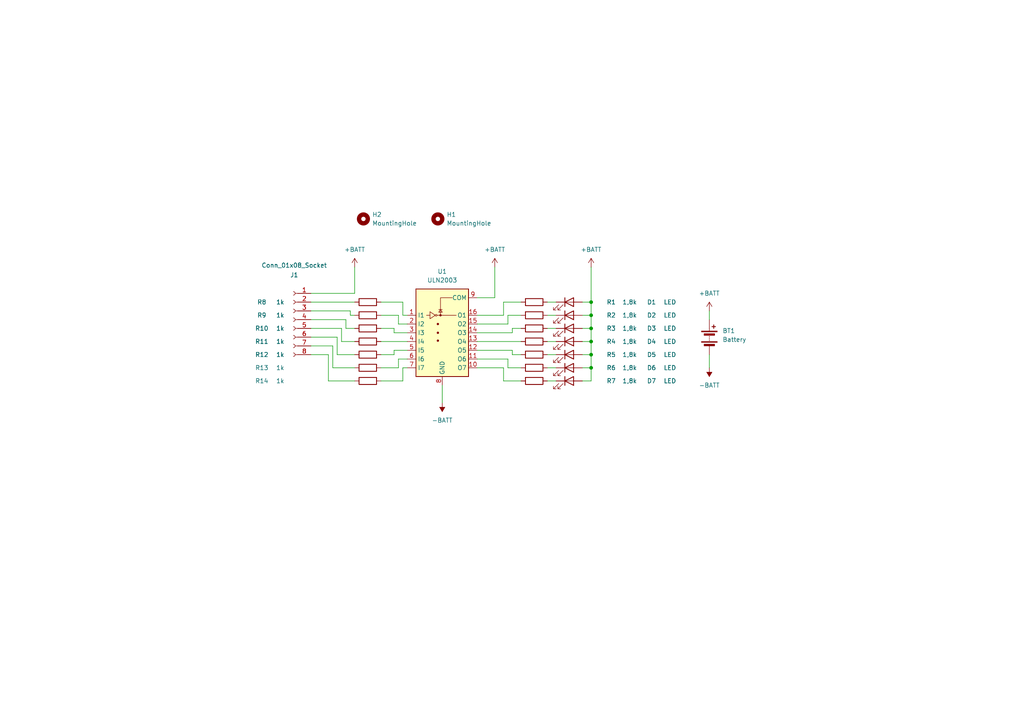
<source format=kicad_sch>
(kicad_sch (version 20231120) (generator "eeschema") (generator_version "8.0")
  (paper "A4")
  (lib_symbols
    (symbol "Connector:Conn_01x08_Socket" (pin_names (offset 1.016) hide)
      (property "Reference" "J" (at 0 10.16 0))
      (property "Value" "Conn_01x08_Socket" (at 0 -12.7 0))
      (symbol "Conn_01x08_Socket_1_1"
        (arc (start 0 -9.652) (mid -0.5058 -10.16) (end 0 -10.668) (stroke (width 0.1524)))
        (arc (start 0 -7.112) (mid -0.5058 -7.62) (end 0 -8.128) (stroke (width 0.1524)))
        (arc (start 0 -4.572) (mid -0.5058 -5.08) (end 0 -5.588) (stroke (width 0.1524)))
        (arc (start 0 -2.032) (mid -0.5058 -2.54) (end 0 -3.048) (stroke (width 0.1524)))
        (polyline (pts (xy -1.27 -10.16) (xy -0.508 -10.16)) (stroke (width 0.1524)))
        (polyline (pts (xy -1.27 -7.62) (xy -0.508 -7.62)) (stroke (width 0.1524)))
        (polyline (pts (xy -1.27 -5.08) (xy -0.508 -5.08)) (stroke (width 0.1524)))
        (polyline (pts (xy -1.27 -2.54) (xy -0.508 -2.54)) (stroke (width 0.1524)))
        (polyline (pts (xy -1.27 0) (xy -0.508 0)) (stroke (width 0.1524)))
        (polyline (pts (xy -1.27 2.54) (xy -0.508 2.54)) (stroke (width 0.1524)))
        (polyline (pts (xy -1.27 5.08) (xy -0.508 5.08)) (stroke (width 0.1524)))
        (polyline (pts (xy -1.27 7.62) (xy -0.508 7.62)) (stroke (width 0.1524)))
        (arc (start 0 0.508) (mid -0.5058 0) (end 0 -0.508) (stroke (width 0.1524)))
        (arc (start 0 3.048) (mid -0.5058 2.54) (end 0 2.032) (stroke (width 0.1524)))
        (arc (start 0 5.588) (mid -0.5058 5.08) (end 0 4.572) (stroke (width 0.1524)))
        (arc (start 0 8.128) (mid -0.5058 7.62) (end 0 7.112) (stroke (width 0.1524)))
        (pin passive line (at -5.08 7.62 0) (length 3.81) (name "Pin_1") (number "1"))
        (pin passive line (at -5.08 5.08 0) (length 3.81) (name "Pin_2") (number "2"))
        (pin passive line (at -5.08 2.54 0) (length 3.81) (name "Pin_3") (number "3"))
        (pin passive line (at -5.08 0 0) (length 3.81) (name "Pin_4") (number "4"))
        (pin passive line (at -5.08 -2.54 0) (length 3.81) (name "Pin_5") (number "5"))
        (pin passive line (at -5.08 -5.08 0) (length 3.81) (name "Pin_6") (number "6"))
        (pin passive line (at -5.08 -7.62 0) (length 3.81) (name "Pin_7") (number "7"))
        (pin passive line (at -5.08 -10.16 0) (length 3.81) (name "Pin_8") (number "8"))
      )
    )
    (symbol "Device:Battery" (pin_numbers hide) (pin_names (offset 0) hide)
      (property "Reference" "BT" (at 2.54 2.54 0))
      (property "Value" "Battery" (at 2.54 0 0))
      (symbol "Battery_0_1"
        (rectangle (start -2.286 -1.27) (end 2.286 -1.524) (fill (type outline)))
        (rectangle (start -2.286 1.778) (end 2.286 1.524) (fill (type outline)))
        (rectangle (start -1.524 -2.032) (end 1.524 -2.54) (fill (type outline)))
        (rectangle (start -1.524 1.016) (end 1.524 0.508) (fill (type outline)))
        (polyline (pts (xy 0 -1.016) (xy 0 -0.762)))
        (polyline (pts (xy 0 -0.508) (xy 0 -0.254)))
        (polyline (pts (xy 0 0) (xy 0 0.254)))
        (polyline (pts (xy 0 1.778) (xy 0 2.54)))
        (polyline (pts (xy 0.762 3.048) (xy 1.778 3.048)) (stroke (width 0.254)))
        (polyline (pts (xy 1.27 3.556) (xy 1.27 2.54)) (stroke (width 0.254)))
      )
      (symbol "Battery_1_1"
        (pin passive line (at 0 5.08 270) (length 2.54) (name "+") (number "1"))
        (pin passive line (at 0 -5.08 90) (length 2.54) (name "-") (number "2"))
      )
    )
    (symbol "Device:LED" (pin_numbers hide) (pin_names (offset 1.016) hide)
      (property "Reference" "D" (at 0 2.54 0))
      (property "Value" "LED" (at 0 -2.54 0))
      (symbol "LED_0_1"
        (polyline (pts (xy -1.27 -1.27) (xy -1.27 1.27)) (stroke (width 0.254)))
        (polyline (pts (xy -1.27 0) (xy 1.27 0)))
        (polyline (pts (xy 1.27 -1.27) (xy 1.27 1.27) (xy -1.27 0) (xy 1.27 -1.27)) (stroke (width 0.254)))
        (polyline (pts (xy -3.048 -0.762) (xy -4.572 -2.286) (xy -3.81 -2.286) (xy -4.572 -2.286) (xy -4.572 -1.524)))
        (polyline (pts (xy -1.778 -0.762) (xy -3.302 -2.286) (xy -2.54 -2.286) (xy -3.302 -2.286) (xy -3.302 -1.524)))
      )
      (symbol "LED_1_1"
        (pin passive line (at -3.81 0 0) (length 2.54) (name "K") (number "1"))
        (pin passive line (at 3.81 0 180) (length 2.54) (name "A") (number "2"))
      )
    )
    (symbol "Device:R" (pin_numbers hide) (pin_names (offset 0))
      (property "Reference" "R" (at 2.032 0 90))
      (property "Value" "R" (at 0 0 90))
      (symbol "R_0_1"
        (rectangle (start -1.016 -2.54) (end 1.016 2.54) (stroke (width 0.254)))
      )
      (symbol "R_1_1"
        (pin passive line (at 0 3.81 270) (length 1.27) (name "~") (number "1"))
        (pin passive line (at 0 -3.81 90) (length 1.27) (name "~") (number "2"))
      )
    )
    (symbol "Mechanical:MountingHole" (pin_names (offset 1.016)) (exclude_from_sim yes) (in_bom no)
      (property "Reference" "H" (at 0 5.08 0))
      (property "Value" "MountingHole" (at 0 3.175 0))
      (symbol "MountingHole_0_1"
        (circle (center 0 0) (radius 1.27) (stroke (width 1.27)))
      )
    )
    (symbol "Transistor_Array:ULN2003"
      (property "Reference" "U" (at 0 15.875 0))
      (property "Value" "ULN2003" (at 0 13.97 0))
      (symbol "ULN2003_0_1"
        (rectangle (start -7.62 -12.7) (end 7.62 12.7) (stroke (width 0.254)) (fill (type background)))
        (circle (center -1.778 5.08) (radius 0.254))
        (circle (center -1.27 -2.286) (radius 0.254) (fill (type outline)))
        (circle (center -1.27 0) (radius 0.254) (fill (type outline)))
        (circle (center -1.27 2.54) (radius 0.254) (fill (type outline)))
        (circle (center -0.508 5.08) (radius 0.254) (fill (type outline)))
        (polyline (pts (xy -4.572 5.08) (xy -3.556 5.08)))
        (polyline (pts (xy -1.524 5.08) (xy 4.064 5.08)))
        (polyline (pts (xy 0 6.731) (xy -1.016 6.731)))
        (polyline (pts (xy -0.508 5.08) (xy -0.508 10.16) (xy 2.921 10.16)))
        (polyline (pts (xy -3.556 6.096) (xy -3.556 4.064) (xy -2.032 5.08) (xy -3.556 6.096)))
        (polyline (pts (xy 0 5.969) (xy -1.016 5.969) (xy -0.508 6.731) (xy 0 5.969)))
      )
      (symbol "ULN2003_1_1"
        (pin input line (at -10.16 5.08 0) (length 2.54) (name "I1") (number "1"))
        (pin open_collector line (at 10.16 -10.16 180) (length 2.54) (name "O7") (number "10"))
        (pin open_collector line (at 10.16 -7.62 180) (length 2.54) (name "O6") (number "11"))
        (pin open_collector line (at 10.16 -5.08 180) (length 2.54) (name "O5") (number "12"))
        (pin open_collector line (at 10.16 -2.54 180) (length 2.54) (name "O4") (number "13"))
        (pin open_collector line (at 10.16 0 180) (length 2.54) (name "O3") (number "14"))
        (pin open_collector line (at 10.16 2.54 180) (length 2.54) (name "O2") (number "15"))
        (pin open_collector line (at 10.16 5.08 180) (length 2.54) (name "O1") (number "16"))
        (pin input line (at -10.16 2.54 0) (length 2.54) (name "I2") (number "2"))
        (pin input line (at -10.16 0 0) (length 2.54) (name "I3") (number "3"))
        (pin input line (at -10.16 -2.54 0) (length 2.54) (name "I4") (number "4"))
        (pin input line (at -10.16 -5.08 0) (length 2.54) (name "I5") (number "5"))
        (pin input line (at -10.16 -7.62 0) (length 2.54) (name "I6") (number "6"))
        (pin input line (at -10.16 -10.16 0) (length 2.54) (name "I7") (number "7"))
        (pin power_in line (at 0 -15.24 90) (length 2.54) (name "GND") (number "8"))
        (pin passive line (at 10.16 10.16 180) (length 2.54) (name "COM") (number "9"))
      )
    )
    (symbol "power:+BATT" (power) (pin_numbers hide) (pin_names (offset 0) hide)
      (property "Value" "+BATT" (at 0 3.556 0))
      (symbol "+BATT_0_1"
        (polyline (pts (xy -0.762 1.27) (xy 0 2.54)))
        (polyline (pts (xy 0 0) (xy 0 2.54)))
        (polyline (pts (xy 0 2.54) (xy 0.762 1.27)))
      )
      (symbol "+BATT_1_1"
        (pin power_in line (at 0 0 90) (length 0) (name "~") (number "1"))
      )
    )
    (symbol "power:-BATT" (power) (pin_numbers hide) (pin_names (offset 0) hide)
      (property "Value" "-BATT" (at 0 3.556 0))
      (symbol "-BATT_0_1"
        (polyline (pts (xy 0 0) (xy 0 2.54)))
        (polyline (pts (xy 0.762 1.27) (xy -0.762 1.27) (xy 0 2.54) (xy 0.762 1.27)) (fill (type outline)))
      )
      (symbol "-BATT_1_1"
        (pin power_in line (at 0 0 90) (length 0) (name "~") (number "1"))
      )
    )
  )
  (junction (at 171.45 91.44))
  (junction (at 171.45 95.25))
  (junction (at 171.45 102.87))
  (junction (at 171.45 106.68))
  (junction (at 171.45 87.63))
  (junction (at 171.45 99.06))
  (wire (pts (xy 138.43 86.36) (xy 143.51 86.36)))
  (wire (pts (xy 158.75 99.06) (xy 161.29 99.06)))
  (wire (pts (xy 114.3 96.52) (xy 114.3 95.25)))
  (wire (pts (xy 138.43 104.14) (xy 147.32 104.14)))
  (wire (pts (xy 168.91 91.44) (xy 171.45 91.44)))
  (wire (pts (xy 115.57 104.14) (xy 115.57 106.68)))
  (wire (pts (xy 110.49 95.25) (xy 114.3 95.25)))
  (wire (pts (xy 99.06 99.06) (xy 99.06 95.25)))
  (wire (pts (xy 171.45 106.68) (xy 171.45 110.49)))
  (wire (pts (xy 171.45 87.63) (xy 171.45 91.44)))
  (wire (pts (xy 116.84 110.49) (xy 110.49 110.49)))
  (wire (pts (xy 138.43 91.44) (xy 146.05 91.44)))
  (wire (pts (xy 158.75 87.63) (xy 161.29 87.63)))
  (wire (pts (xy 118.11 96.52) (xy 114.3 96.52)))
  (wire (pts (xy 102.87 102.87) (xy 97.79 102.87)))
  (wire (pts (xy 90.17 87.63) (xy 102.87 87.63)))
  (wire (pts (xy 118.11 93.98) (xy 115.57 93.98)))
  (wire (pts (xy 158.75 110.49) (xy 161.29 110.49)))
  (wire (pts (xy 101.6 91.44) (xy 101.6 90.17)))
  (wire (pts (xy 148.59 101.6) (xy 148.59 102.87)))
  (wire (pts (xy 138.43 106.68) (xy 146.05 106.68)))
  (wire (pts (xy 171.45 91.44) (xy 171.45 95.25)))
  (wire (pts (xy 168.91 99.06) (xy 171.45 99.06)))
  (wire (pts (xy 102.87 91.44) (xy 101.6 91.44)))
  (wire (pts (xy 95.25 102.87) (xy 90.17 102.87)))
  (wire (pts (xy 158.75 102.87) (xy 161.29 102.87)))
  (wire (pts (xy 115.57 91.44) (xy 110.49 91.44)))
  (wire (pts (xy 171.45 102.87) (xy 171.45 106.68)))
  (wire (pts (xy 168.91 102.87) (xy 171.45 102.87)))
  (wire (pts (xy 138.43 96.52) (xy 148.59 96.52)))
  (wire (pts (xy 115.57 106.68) (xy 110.49 106.68)))
  (wire (pts (xy 148.59 102.87) (xy 151.13 102.87)))
  (wire (pts (xy 146.05 110.49) (xy 151.13 110.49)))
  (wire (pts (xy 99.06 95.25) (xy 90.17 95.25)))
  (wire (pts (xy 147.32 91.44) (xy 151.13 91.44)))
  (wire (pts (xy 102.87 77.47) (xy 102.87 85.09)))
  (wire (pts (xy 102.87 106.68) (xy 96.52 106.68)))
  (wire (pts (xy 118.11 106.68) (xy 116.84 106.68)))
  (wire (pts (xy 102.87 95.25) (xy 100.33 95.25)))
  (wire (pts (xy 158.75 91.44) (xy 161.29 91.44)))
  (wire (pts (xy 90.17 90.17) (xy 101.6 90.17)))
  (wire (pts (xy 168.91 106.68) (xy 171.45 106.68)))
  (wire (pts (xy 118.11 101.6) (xy 114.3 101.6)))
  (wire (pts (xy 168.91 95.25) (xy 171.45 95.25)))
  (wire (pts (xy 102.87 85.09) (xy 90.17 85.09)))
  (wire (pts (xy 148.59 95.25) (xy 151.13 95.25)))
  (wire (pts (xy 171.45 99.06) (xy 171.45 102.87)))
  (wire (pts (xy 146.05 91.44) (xy 146.05 87.63)))
  (wire (pts (xy 97.79 97.79) (xy 90.17 97.79)))
  (wire (pts (xy 110.49 99.06) (xy 118.11 99.06)))
  (wire (pts (xy 147.32 93.98) (xy 147.32 91.44)))
  (wire (pts (xy 118.11 91.44) (xy 116.84 91.44)))
  (wire (pts (xy 205.74 90.17) (xy 205.74 92.71)))
  (wire (pts (xy 158.75 106.68) (xy 161.29 106.68)))
  (wire (pts (xy 114.3 101.6) (xy 114.3 102.87)))
  (wire (pts (xy 100.33 95.25) (xy 100.33 92.71)))
  (wire (pts (xy 146.05 87.63) (xy 151.13 87.63)))
  (wire (pts (xy 96.52 100.33) (xy 90.17 100.33)))
  (wire (pts (xy 147.32 106.68) (xy 151.13 106.68)))
  (wire (pts (xy 171.45 110.49) (xy 168.91 110.49)))
  (wire (pts (xy 148.59 96.52) (xy 148.59 95.25)))
  (wire (pts (xy 138.43 93.98) (xy 147.32 93.98)))
  (wire (pts (xy 115.57 93.98) (xy 115.57 91.44)))
  (wire (pts (xy 205.74 102.87) (xy 205.74 106.68)))
  (wire (pts (xy 102.87 110.49) (xy 95.25 110.49)))
  (wire (pts (xy 158.75 95.25) (xy 161.29 95.25)))
  (wire (pts (xy 96.52 106.68) (xy 96.52 100.33)))
  (wire (pts (xy 116.84 106.68) (xy 116.84 110.49)))
  (wire (pts (xy 143.51 86.36) (xy 143.51 77.47)))
  (wire (pts (xy 116.84 91.44) (xy 116.84 87.63)))
  (wire (pts (xy 147.32 104.14) (xy 147.32 106.68)))
  (wire (pts (xy 118.11 104.14) (xy 115.57 104.14)))
  (wire (pts (xy 171.45 95.25) (xy 171.45 99.06)))
  (wire (pts (xy 128.27 111.76) (xy 128.27 116.84)))
  (wire (pts (xy 100.33 92.71) (xy 90.17 92.71)))
  (wire (pts (xy 138.43 101.6) (xy 148.59 101.6)))
  (wire (pts (xy 146.05 106.68) (xy 146.05 110.49)))
  (wire (pts (xy 171.45 77.47) (xy 171.45 87.63)))
  (wire (pts (xy 168.91 87.63) (xy 171.45 87.63)))
  (wire (pts (xy 116.84 87.63) (xy 110.49 87.63)))
  (wire (pts (xy 114.3 102.87) (xy 110.49 102.87)))
  (wire (pts (xy 95.25 110.49) (xy 95.25 102.87)))
  (wire (pts (xy 102.87 99.06) (xy 99.06 99.06)))
  (wire (pts (xy 97.79 102.87) (xy 97.79 97.79)))
  (wire (pts (xy 138.43 99.06) (xy 151.13 99.06)))
  (symbol (lib_id "Device:Battery") (at 205.74 97.79 0) (unit 1)
    (property "Reference" "BT1" (at 209.55 95.9484 0) (effects (justify left)))
    (property "Value" "Battery" (at 209.55 98.4884 0) (effects (justify left)))
    (property "Footprint" "Connector_PinHeader_2.54mm:PinHeader_1x02_P2.54mm_Vertical" (effects (hide yes)))
    (property "Description" "Multiple-cell battery" (effects (hide yes)))
  )
  (symbol (lib_id "Connector:Conn_01x08_Socket") (at 85.09 92.71 0) (mirror y) (unit 1)
    (property "Reference" "J1" (at 85.344 79.756 0))
    (property "Value" "Conn_01x08_Socket" (at 85.344 76.962 0))
    (property "Footprint" "Connector_PinHeader_2.54mm:PinHeader_1x08_P2.54mm_Vertical" (effects (hide yes)))
    (property "Description" "Generic connector, single row, 01x08, script generated" (effects (hide yes)))
  )
  (symbol (lib_id "Mechanical:MountingHole") (at 105.41 63.5 0) (unit 1) (exclude_from_sim yes) (in_bom no)
    (property "Reference" "H2" (at 107.95 62.2299 0) (effects (justify left)))
    (property "Value" "MountingHole" (at 107.95 64.7699 0) (effects (justify left)))
    (property "Footprint" "MountingHole:MountingHole_3.5mm" (effects (hide yes)))
    (property "Description" "Mounting Hole without connection" (effects (hide yes)))
  )
  (symbol (lib_id "Device:R") (at 106.68 106.68 90) (unit 1)
    (property "Reference" "R13" (at 75.946 106.68 90))
    (property "Value" "1k" (at 81.28 106.68 90))
    (property "Footprint" "Resistor_THT:R_Axial_DIN0207_L6.3mm_D2.5mm_P10.16mm_Horizontal" (effects (hide yes)))
    (property "Description" "Resistor" (effects (hide yes)))
  )
  (symbol (lib_id "Device:R") (at 106.68 102.87 90) (unit 1)
    (property "Reference" "R12" (at 75.946 102.87 90))
    (property "Value" "1k" (at 81.28 102.87 90))
    (property "Footprint" "Resistor_THT:R_Axial_DIN0207_L6.3mm_D2.5mm_P10.16mm_Horizontal" (effects (hide yes)))
    (property "Description" "Resistor" (effects (hide yes)))
  )
  (symbol (lib_id "Device:R") (at 154.94 106.68 90) (unit 1)
    (property "Reference" "R6" (at 177.292 106.68 90))
    (property "Value" "1,8k" (at 182.626 106.68 90))
    (property "Footprint" "Resistor_THT:R_Axial_DIN0207_L6.3mm_D2.5mm_P10.16mm_Horizontal" (effects (hide yes)))
    (property "Description" "Resistor" (effects (hide yes)))
  )
  (symbol (lib_id "power:-BATT") (at 205.74 106.68 180) (unit 1)
    (property "Reference" "#PWR06" (effects (hide yes)))
    (property "Value" "-BATT" (at 205.74 111.76 0))
    (property "Description" "Power symbol creates a global label with name \"-BATT\"" (effects (hide yes)))
  )
  (symbol (lib_id "Device:R") (at 154.94 110.49 90) (unit 1)
    (property "Reference" "R7" (at 177.292 110.49 90))
    (property "Value" "1,8k" (at 182.626 110.49 90))
    (property "Footprint" "Resistor_THT:R_Axial_DIN0207_L6.3mm_D2.5mm_P10.16mm_Horizontal" (effects (hide yes)))
    (property "Description" "Resistor" (effects (hide yes)))
  )
  (symbol (lib_id "Device:R") (at 106.68 91.44 90) (unit 1)
    (property "Reference" "R9" (at 75.946 91.44 90))
    (property "Value" "1k" (at 81.28 91.44 90))
    (property "Footprint" "Resistor_THT:R_Axial_DIN0207_L6.3mm_D2.5mm_P10.16mm_Horizontal" (effects (hide yes)))
    (property "Description" "Resistor" (effects (hide yes)))
  )
  (symbol (lib_id "power:+BATT") (at 205.74 90.17 0) (unit 1)
    (property "Reference" "#PWR05" (effects (hide yes)))
    (property "Value" "+BATT" (at 205.74 85.09 0))
    (property "Description" "Power symbol creates a global label with name \"+BATT\"" (effects (hide yes)))
  )
  (symbol (lib_id "Device:LED") (at 165.1 87.63 0) (unit 1)
    (property "Reference" "D1" (at 188.976 87.63 0))
    (property "Value" "LED" (at 194.31 87.63 0))
    (property "Footprint" "LED_THT:LED_D3.0mm" (effects (hide yes)))
    (property "Description" "Light emitting diode" (effects (hide yes)))
  )
  (symbol (lib_id "power:+BATT") (at 143.51 77.47 0) (unit 1)
    (property "Reference" "#PWR01" (effects (hide yes)))
    (property "Value" "+BATT" (at 143.51 72.39 0))
    (property "Description" "Power symbol creates a global label with name \"+BATT\"" (effects (hide yes)))
  )
  (symbol (lib_id "Device:R") (at 106.68 110.49 90) (unit 1)
    (property "Reference" "R14" (at 75.946 110.49 90))
    (property "Value" "1k" (at 81.28 110.49 90))
    (property "Footprint" "Resistor_THT:R_Axial_DIN0207_L6.3mm_D2.5mm_P10.16mm_Horizontal" (effects (hide yes)))
    (property "Description" "Resistor" (effects (hide yes)))
  )
  (symbol (lib_id "Device:R") (at 154.94 102.87 90) (unit 1)
    (property "Reference" "R5" (at 177.292 102.87 90))
    (property "Value" "1,8k" (at 182.626 102.87 90))
    (property "Footprint" "Resistor_THT:R_Axial_DIN0207_L6.3mm_D2.5mm_P10.16mm_Horizontal" (effects (hide yes)))
    (property "Description" "Resistor" (effects (hide yes)))
  )
  (symbol (lib_id "power:-BATT") (at 128.27 116.84 180) (unit 1)
    (property "Reference" "#PWR02" (effects (hide yes)))
    (property "Value" "-BATT" (at 128.27 121.92 0))
    (property "Description" "Power symbol creates a global label with name \"-BATT\"" (effects (hide yes)))
  )
  (symbol (lib_id "Device:R") (at 154.94 87.63 90) (unit 1)
    (property "Reference" "R1" (at 177.292 87.63 90))
    (property "Value" "1,8k" (at 182.626 87.63 90))
    (property "Footprint" "Resistor_THT:R_Axial_DIN0207_L6.3mm_D2.5mm_P10.16mm_Horizontal" (effects (hide yes)))
    (property "Description" "Resistor" (effects (hide yes)))
  )
  (symbol (lib_id "Device:R") (at 154.94 95.25 90) (unit 1)
    (property "Reference" "R3" (at 177.292 95.25 90))
    (property "Value" "1,8k" (at 182.626 95.25 90))
    (property "Footprint" "Resistor_THT:R_Axial_DIN0207_L6.3mm_D2.5mm_P10.16mm_Horizontal" (effects (hide yes)))
    (property "Description" "Resistor" (effects (hide yes)))
  )
  (symbol (lib_id "Device:LED") (at 165.1 95.25 0) (unit 1)
    (property "Reference" "D3" (at 188.976 95.25 0))
    (property "Value" "LED" (at 194.31 95.25 0))
    (property "Footprint" "LED_THT:LED_D3.0mm" (effects (hide yes)))
    (property "Description" "Light emitting diode" (effects (hide yes)))
  )
  (symbol (lib_id "Device:R") (at 154.94 99.06 90) (unit 1)
    (property "Reference" "R4" (at 177.292 99.06 90))
    (property "Value" "1,8k" (at 182.626 99.06 90))
    (property "Footprint" "Resistor_THT:R_Axial_DIN0207_L6.3mm_D2.5mm_P10.16mm_Horizontal" (effects (hide yes)))
    (property "Description" "Resistor" (effects (hide yes)))
  )
  (symbol (lib_id "Device:LED") (at 165.1 99.06 0) (unit 1)
    (property "Reference" "D4" (at 188.976 99.06 0))
    (property "Value" "LED" (at 194.31 99.06 0))
    (property "Footprint" "LED_THT:LED_D3.0mm" (effects (hide yes)))
    (property "Description" "Light emitting diode" (effects (hide yes)))
  )
  (symbol (lib_id "Device:R") (at 154.94 91.44 90) (unit 1)
    (property "Reference" "R2" (at 177.292 91.44 90))
    (property "Value" "1,8k" (at 182.626 91.44 90))
    (property "Footprint" "Resistor_THT:R_Axial_DIN0207_L6.3mm_D2.5mm_P10.16mm_Horizontal" (effects (hide yes)))
    (property "Description" "Resistor" (effects (hide yes)))
  )
  (symbol (lib_id "Transistor_Array:ULN2003") (at 128.27 96.52 0) (unit 1)
    (property "Reference" "U1" (at 128.27 78.74 0))
    (property "Value" "ULN2003" (at 128.27 81.28 0))
    (property "Footprint" "Package_DIP:DIP-16_W7.62mm_Socket" (effects (hide yes)))
    (property "Datasheet" "http://www.ti.com/lit/ds/symlink/uln2003a.pdf" (effects (hide yes)))
    (property "Description" "High Voltage, High Current Darlington Transistor Arrays, SOIC16/SOIC16W/DIP16/TSSOP16" (effects (hide yes)))
  )
  (symbol (lib_id "power:+BATT") (at 171.45 77.47 0) (unit 1)
    (property "Reference" "#PWR03" (effects (hide yes)))
    (property "Value" "+BATT" (at 171.45 72.39 0))
    (property "Description" "Power symbol creates a global label with name \"+BATT\"" (effects (hide yes)))
  )
  (symbol (lib_id "Mechanical:MountingHole") (at 127 63.5 0) (unit 1) (exclude_from_sim yes) (in_bom no)
    (property "Reference" "H1" (at 129.54 62.2299 0) (effects (justify left)))
    (property "Value" "MountingHole" (at 129.54 64.7699 0) (effects (justify left)))
    (property "Footprint" "MountingHole:MountingHole_3.5mm" (effects (hide yes)))
    (property "Description" "Mounting Hole without connection" (effects (hide yes)))
  )
  (symbol (lib_id "Device:LED") (at 165.1 91.44 0) (unit 1)
    (property "Reference" "D2" (at 188.976 91.44 0))
    (property "Value" "LED" (at 194.31 91.44 0))
    (property "Footprint" "LED_THT:LED_D3.0mm" (effects (hide yes)))
    (property "Description" "Light emitting diode" (effects (hide yes)))
  )
  (symbol (lib_id "Device:R") (at 106.68 95.25 90) (unit 1)
    (property "Reference" "R10" (at 75.946 95.25 90))
    (property "Value" "1k" (at 81.28 95.25 90))
    (property "Footprint" "Resistor_THT:R_Axial_DIN0207_L6.3mm_D2.5mm_P10.16mm_Horizontal" (effects (hide yes)))
    (property "Description" "Resistor" (effects (hide yes)))
  )
  (symbol (lib_id "Device:R") (at 106.68 99.06 90) (unit 1)
    (property "Reference" "R11" (at 75.946 99.06 90))
    (property "Value" "1k" (at 81.28 99.06 90))
    (property "Footprint" "Resistor_THT:R_Axial_DIN0207_L6.3mm_D2.5mm_P10.16mm_Horizontal" (effects (hide yes)))
    (property "Description" "Resistor" (effects (hide yes)))
  )
  (symbol (lib_id "power:+BATT") (at 102.87 77.47 0) (unit 1)
    (property "Reference" "#PWR04" (effects (hide yes)))
    (property "Value" "+BATT" (at 102.87 72.39 0))
    (property "Description" "Power symbol creates a global label with name \"+BATT\"" (effects (hide yes)))
  )
  (symbol (lib_id "Device:R") (at 106.68 87.63 90) (unit 1)
    (property "Reference" "R8" (at 75.946 87.63 90))
    (property "Value" "1k" (at 81.28 87.63 90))
    (property "Footprint" "Resistor_THT:R_Axial_DIN0207_L6.3mm_D2.5mm_P10.16mm_Horizontal" (effects (hide yes)))
    (property "Description" "Resistor" (effects (hide yes)))
  )
  (symbol (lib_id "Device:LED") (at 165.1 110.49 0) (unit 1)
    (property "Reference" "D7" (at 188.976 110.49 0))
    (property "Value" "LED" (at 194.31 110.49 0))
    (property "Footprint" "LED_THT:LED_D3.0mm" (effects (hide yes)))
    (property "Description" "Light emitting diode" (effects (hide yes)))
  )
  (symbol (lib_id "Device:LED") (at 165.1 102.87 0) (unit 1)
    (property "Reference" "D5" (at 188.976 102.87 0))
    (property "Value" "LED" (at 194.31 102.87 0))
    (property "Footprint" "LED_THT:LED_D3.0mm" (effects (hide yes)))
    (property "Description" "Light emitting diode" (effects (hide yes)))
  )
  (symbol (lib_id "Device:LED") (at 165.1 106.68 0) (unit 1)
    (property "Reference" "D6" (at 188.976 106.68 0))
    (property "Value" "LED" (at 194.31 106.68 0))
    (property "Footprint" "LED_THT:LED_D3.0mm" (effects (hide yes)))
    (property "Description" "Light emitting diode" (effects (hide yes)))
  )
)
</source>
